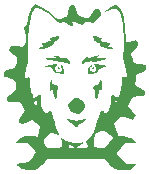
<source format=gbr>
%TF.GenerationSoftware,KiCad,Pcbnew,8.0.7-8.0.7-0~ubuntu22.04.1*%
%TF.CreationDate,2024-12-28T18:58:49+01:00*%
%TF.ProjectId,CrowBar,43726f77-4261-4722-9e6b-696361645f70,1.0A*%
%TF.SameCoordinates,Original*%
%TF.FileFunction,Legend,Bot*%
%TF.FilePolarity,Positive*%
%FSLAX46Y46*%
G04 Gerber Fmt 4.6, Leading zero omitted, Abs format (unit mm)*
G04 Created by KiCad (PCBNEW 8.0.7-8.0.7-0~ubuntu22.04.1) date 2024-12-28 18:58:49*
%MOMM*%
%LPD*%
G01*
G04 APERTURE LIST*
%ADD10C,0.000000*%
G04 APERTURE END LIST*
D10*
%TO.C,G\u002A\u002A\u002A*%
G36*
X106389252Y-42879177D02*
G01*
X106430292Y-42968101D01*
X106416820Y-43046935D01*
X106384995Y-43071880D01*
X106313742Y-43066423D01*
X106284598Y-42965058D01*
X106294358Y-42897236D01*
X106336741Y-42848276D01*
X106389252Y-42879177D01*
G37*
G36*
X103477986Y-42903879D02*
G01*
X103501318Y-42952400D01*
X103503736Y-43035258D01*
X103500279Y-43040353D01*
X103423448Y-43081839D01*
X103390743Y-43076800D01*
X103339165Y-43011866D01*
X103368910Y-42903879D01*
X103372135Y-42898900D01*
X103424503Y-42848305D01*
X103477986Y-42903879D01*
G37*
G36*
X105322813Y-45652063D02*
G01*
X105373741Y-45685130D01*
X105585583Y-45879399D01*
X105683741Y-46089761D01*
X105668400Y-46308045D01*
X105539750Y-46526080D01*
X105297976Y-46735696D01*
X105246247Y-46769465D01*
X105108287Y-46846486D01*
X105019442Y-46877241D01*
X104980062Y-46874582D01*
X104793583Y-46811536D01*
X104596574Y-46684495D01*
X104418891Y-46520010D01*
X104290388Y-46344628D01*
X104240919Y-46184901D01*
X104242461Y-46140396D01*
X104282541Y-45987336D01*
X104391313Y-45843642D01*
X104588011Y-45681416D01*
X104820208Y-45562389D01*
X105067928Y-45549113D01*
X105322813Y-45652063D01*
G37*
G36*
X104235294Y-47267219D02*
G01*
X104352111Y-47300752D01*
X104446747Y-47349047D01*
X104500009Y-47379267D01*
X104684218Y-47426029D01*
X104923482Y-47441499D01*
X105177614Y-47424618D01*
X105406430Y-47374329D01*
X105529489Y-47337347D01*
X105673097Y-47306649D01*
X105743400Y-47309223D01*
X105750893Y-47316401D01*
X105764876Y-47334950D01*
X105751899Y-47359876D01*
X105694561Y-47406002D01*
X105575458Y-47488150D01*
X105377188Y-47621142D01*
X105368825Y-47626760D01*
X105184652Y-47755782D01*
X105035377Y-47869618D01*
X104952617Y-47944208D01*
X104937138Y-47960130D01*
X104886132Y-47975384D01*
X104808812Y-47939598D01*
X104686981Y-47841712D01*
X104502440Y-47670671D01*
X104422249Y-47593510D01*
X104269454Y-47441181D01*
X104163672Y-47328139D01*
X104124138Y-47274525D01*
X104145202Y-47259745D01*
X104235294Y-47267219D01*
G37*
G36*
X107026962Y-44032743D02*
G01*
X107081230Y-44114242D01*
X107113062Y-44260182D01*
X107117119Y-44490348D01*
X107114044Y-44584880D01*
X107100711Y-44772836D01*
X107074564Y-44863634D01*
X107028322Y-44871664D01*
X106954702Y-44811319D01*
X106918414Y-44775804D01*
X106850304Y-44726003D01*
X106831201Y-44767444D01*
X106849064Y-44911553D01*
X106847492Y-45093716D01*
X106756620Y-45349484D01*
X106715509Y-45424566D01*
X106633506Y-45545089D01*
X106575365Y-45592644D01*
X106549169Y-45553271D01*
X106526773Y-45425620D01*
X106518161Y-45240245D01*
X106493240Y-44938792D01*
X106419221Y-44736844D01*
X106359746Y-44636432D01*
X106358776Y-44569670D01*
X106430381Y-44505335D01*
X106514243Y-44458171D01*
X106641932Y-44424828D01*
X106771622Y-44383621D01*
X106882939Y-44259092D01*
X106926896Y-44086995D01*
X106929534Y-44001105D01*
X106954472Y-43970233D01*
X107026962Y-44032743D01*
G37*
G36*
X102837683Y-44063724D02*
G01*
X102863962Y-44231285D01*
X102960782Y-44374367D01*
X103118951Y-44425722D01*
X103241007Y-44439031D01*
X103362920Y-44480662D01*
X103410799Y-44527864D01*
X103407667Y-44604114D01*
X103348322Y-44744507D01*
X103321732Y-44810935D01*
X103268840Y-45032761D01*
X103248276Y-45273475D01*
X103243964Y-45403761D01*
X103226089Y-45539855D01*
X103199065Y-45592644D01*
X103173202Y-45575975D01*
X103101883Y-45481903D01*
X103016067Y-45332519D01*
X102988876Y-45277425D01*
X102917172Y-45067657D01*
X102919728Y-44885151D01*
X102920843Y-44879572D01*
X102940327Y-44760273D01*
X102921026Y-44737651D01*
X102849968Y-44794931D01*
X102772369Y-44856920D01*
X102703563Y-44891954D01*
X102696525Y-44889909D01*
X102670219Y-44819976D01*
X102660514Y-44675676D01*
X102665529Y-44491362D01*
X102683385Y-44301385D01*
X102712201Y-44140097D01*
X102750097Y-44041850D01*
X102798226Y-43980810D01*
X102831089Y-43969793D01*
X102837683Y-44063724D01*
G37*
G36*
X103294272Y-42669138D02*
G01*
X103305764Y-42676005D01*
X103325474Y-42729276D01*
X103250479Y-42817087D01*
X103214443Y-42853452D01*
X103135718Y-43020593D01*
X103166937Y-43223041D01*
X103241417Y-43286273D01*
X103380010Y-43314353D01*
X103531361Y-43301485D01*
X103645333Y-43245333D01*
X103698705Y-43151134D01*
X103708097Y-42993394D01*
X103646306Y-42860927D01*
X103616908Y-42819935D01*
X103618501Y-42750541D01*
X103628611Y-42741649D01*
X103698276Y-42741047D01*
X103761565Y-42831055D01*
X103810944Y-42988811D01*
X103838881Y-43191455D01*
X103837841Y-43416126D01*
X103798539Y-43459415D01*
X103671609Y-43462364D01*
X103662107Y-43460868D01*
X103486639Y-43433292D01*
X103291889Y-43402753D01*
X103163225Y-43371458D01*
X103051936Y-43292935D01*
X102954955Y-43137550D01*
X102947994Y-43123922D01*
X102877628Y-42999482D01*
X102805501Y-42934644D01*
X102693274Y-42909687D01*
X102502606Y-42904891D01*
X102398740Y-42903548D01*
X102270087Y-42894831D01*
X102235862Y-42874307D01*
X102281212Y-42837453D01*
X102401007Y-42791022D01*
X102589590Y-42743280D01*
X102809206Y-42701240D01*
X103023858Y-42670882D01*
X103197546Y-42658188D01*
X103294272Y-42669138D01*
G37*
G36*
X103155464Y-41937085D02*
G01*
X103337151Y-41991578D01*
X103569425Y-42092196D01*
X103633805Y-42121210D01*
X103763247Y-42160788D01*
X103822452Y-42147494D01*
X103845626Y-42112061D01*
X103944724Y-42091130D01*
X104088458Y-42141135D01*
X104249746Y-42255245D01*
X104252828Y-42258007D01*
X104380710Y-42405123D01*
X104398477Y-42518004D01*
X104372766Y-42566600D01*
X104291030Y-42611923D01*
X104208580Y-42551235D01*
X104160609Y-42519683D01*
X104046713Y-42519827D01*
X103958049Y-42522440D01*
X103820835Y-42458465D01*
X103736069Y-42403883D01*
X103643509Y-42425180D01*
X103627070Y-42435688D01*
X103488885Y-42456332D01*
X103248276Y-42428815D01*
X103167781Y-42414564D01*
X102807335Y-42347437D01*
X102552026Y-42292160D01*
X102392946Y-42245535D01*
X102321184Y-42204360D01*
X102327830Y-42165436D01*
X102403976Y-42125562D01*
X102474218Y-42114173D01*
X102640556Y-42113666D01*
X102848218Y-42127941D01*
X103054415Y-42153723D01*
X103216357Y-42187737D01*
X103267764Y-42201848D01*
X103296914Y-42194714D01*
X103235126Y-42126094D01*
X103164639Y-42068442D01*
X103077274Y-42030805D01*
X103058332Y-42027754D01*
X103014713Y-41966084D01*
X103042811Y-41932910D01*
X103155464Y-41937085D01*
G37*
G36*
X103459636Y-40295538D02*
G01*
X103454688Y-40334381D01*
X103419474Y-40403084D01*
X103364784Y-40510562D01*
X103307816Y-40629425D01*
X103300045Y-40643197D01*
X103209579Y-40730737D01*
X103068731Y-40819758D01*
X103032204Y-40840023D01*
X102921180Y-40927049D01*
X102884250Y-41002374D01*
X102853999Y-41052069D01*
X102739440Y-41129531D01*
X102567396Y-41214330D01*
X102367165Y-41292278D01*
X102168046Y-41349189D01*
X102088088Y-41364315D01*
X101912370Y-41380391D01*
X101781468Y-41370156D01*
X101730115Y-41334754D01*
X101730138Y-41333873D01*
X101782318Y-41285039D01*
X101904618Y-41242676D01*
X101942840Y-41233354D01*
X102081382Y-41172954D01*
X102123502Y-41099851D01*
X102059462Y-41027571D01*
X101978109Y-40958439D01*
X101982473Y-40891238D01*
X102088283Y-40862989D01*
X102128138Y-40860965D01*
X102290462Y-40834146D01*
X102479122Y-40786390D01*
X102646895Y-40730793D01*
X102746560Y-40680447D01*
X102764932Y-40639944D01*
X102725386Y-40545005D01*
X102720685Y-40539311D01*
X102684350Y-40482977D01*
X102703168Y-40444619D01*
X102796953Y-40410746D01*
X102985517Y-40367864D01*
X103102710Y-40342735D01*
X103302665Y-40301259D01*
X103415301Y-40285012D01*
X103459636Y-40295538D01*
G37*
G36*
X106452741Y-40279464D02*
G01*
X106582588Y-40301100D01*
X106747578Y-40345717D01*
X106772303Y-40353593D01*
X106929243Y-40402510D01*
X107035657Y-40433994D01*
X107038713Y-40434841D01*
X107085275Y-40469635D01*
X107041051Y-40545005D01*
X107037905Y-40548844D01*
X106999515Y-40630041D01*
X107042190Y-40693573D01*
X107177778Y-40747442D01*
X107418127Y-40799648D01*
X107574858Y-40830698D01*
X107723684Y-40866428D01*
X107792444Y-40891601D01*
X107787752Y-40936724D01*
X107724546Y-41027803D01*
X107640633Y-41140324D01*
X107653479Y-41197457D01*
X107766414Y-41213333D01*
X107865429Y-41232598D01*
X107985232Y-41309716D01*
X108013493Y-41347057D01*
X108014867Y-41381479D01*
X107941593Y-41385829D01*
X107773416Y-41365437D01*
X107667665Y-41346809D01*
X107412753Y-41283090D01*
X107173478Y-41203240D01*
X107114477Y-41179459D01*
X106964148Y-41107123D01*
X106899633Y-41043962D01*
X106900057Y-40972348D01*
X106903919Y-40890130D01*
X106821924Y-40862989D01*
X106798784Y-40861435D01*
X106668776Y-40815089D01*
X106539233Y-40725955D01*
X106445887Y-40623372D01*
X106424475Y-40536679D01*
X106431989Y-40499752D01*
X106398829Y-40423481D01*
X106358882Y-40387737D01*
X106354108Y-40314139D01*
X106441027Y-40279081D01*
X106452741Y-40279464D01*
G37*
G36*
X106722143Y-42682091D02*
G01*
X106901526Y-42716955D01*
X107101683Y-42733351D01*
X107108702Y-42733464D01*
X107283151Y-42760837D01*
X107419781Y-42820938D01*
X107482239Y-42870857D01*
X107486251Y-42901542D01*
X107383287Y-42906667D01*
X107299072Y-42908159D01*
X107058404Y-42941243D01*
X106897084Y-43026048D01*
X106790703Y-43173570D01*
X106789912Y-43175224D01*
X106716933Y-43295812D01*
X106619079Y-43371916D01*
X106465715Y-43418586D01*
X106226207Y-43450870D01*
X106206200Y-43452950D01*
X106061110Y-43469429D01*
X105978046Y-43481230D01*
X105974028Y-43481921D01*
X105939616Y-43458205D01*
X105926181Y-43361126D01*
X105930483Y-43169425D01*
X105936248Y-43105155D01*
X105982598Y-42920027D01*
X106058935Y-42784243D01*
X106148487Y-42731494D01*
X106214824Y-42755225D01*
X106211174Y-42822197D01*
X106125595Y-42898778D01*
X106092154Y-42920548D01*
X106053954Y-42992635D01*
X106083208Y-43120645D01*
X106132920Y-43223795D01*
X106216763Y-43274675D01*
X106373590Y-43286207D01*
X106398916Y-43286124D01*
X106537512Y-43274748D01*
X106600700Y-43227258D01*
X106624810Y-43119551D01*
X106618618Y-43000284D01*
X106518356Y-42819288D01*
X106462430Y-42748033D01*
X106452754Y-42671252D01*
X106541088Y-42648085D01*
X106722143Y-42682091D01*
G37*
G36*
X107452414Y-42201789D02*
G01*
X107452413Y-42201972D01*
X107439653Y-42225668D01*
X107391116Y-42250206D01*
X107290977Y-42279587D01*
X107123410Y-42317811D01*
X106872588Y-42368877D01*
X106522686Y-42436786D01*
X106316931Y-42457917D01*
X106162485Y-42422660D01*
X106071162Y-42390472D01*
X105960072Y-42442342D01*
X105873508Y-42488221D01*
X105721767Y-42507639D01*
X105632637Y-42510891D01*
X105583908Y-42552143D01*
X105580014Y-42574988D01*
X105522063Y-42613158D01*
X105434886Y-42594263D01*
X105370626Y-42524952D01*
X105364328Y-42490309D01*
X105409416Y-42366984D01*
X105532617Y-42232292D01*
X105615796Y-42176782D01*
X106459770Y-42176782D01*
X106488965Y-42205977D01*
X106518161Y-42176782D01*
X106488965Y-42147586D01*
X106459770Y-42176782D01*
X105615796Y-42176782D01*
X105712250Y-42112413D01*
X105758307Y-42088806D01*
X105869497Y-42040237D01*
X105920617Y-42048648D01*
X105944569Y-42114307D01*
X105945442Y-42117962D01*
X105976906Y-42158647D01*
X106056350Y-42148298D01*
X106210692Y-42083835D01*
X106268528Y-42058475D01*
X106473105Y-41983311D01*
X106648623Y-41937127D01*
X106839310Y-41904392D01*
X106693333Y-42024691D01*
X106547356Y-42144990D01*
X106999885Y-42146288D01*
X107053356Y-42146820D01*
X107256342Y-42156633D01*
X107398718Y-42176104D01*
X107400135Y-42176782D01*
X107452414Y-42201789D01*
G37*
G36*
X105629770Y-39059923D02*
G01*
X105593977Y-39158628D01*
X105586441Y-39198742D01*
X105523721Y-39303337D01*
X105403216Y-39314793D01*
X105216437Y-39234825D01*
X105198231Y-39224885D01*
X104994142Y-39136143D01*
X104791684Y-39077476D01*
X104736728Y-39067363D01*
X104626788Y-39056666D01*
X104595049Y-39092695D01*
X104613892Y-39193470D01*
X104634390Y-39306650D01*
X104611790Y-39395142D01*
X104518184Y-39401515D01*
X104342769Y-39331262D01*
X104326363Y-39323298D01*
X104079579Y-39203669D01*
X103916308Y-39127635D01*
X103815701Y-39089072D01*
X103756908Y-39081856D01*
X103719079Y-39099860D01*
X103681365Y-39136960D01*
X103642924Y-39164611D01*
X103511218Y-39170632D01*
X103352631Y-39084872D01*
X103321173Y-39052874D01*
X105175172Y-39052874D01*
X105185054Y-39079735D01*
X105262759Y-39111264D01*
X105303051Y-39104677D01*
X105350345Y-39052874D01*
X105340463Y-39026012D01*
X105262759Y-38994483D01*
X105222466Y-39001071D01*
X105175172Y-39052874D01*
X103321173Y-39052874D01*
X103186634Y-38916026D01*
X103072156Y-38789720D01*
X102826378Y-38575371D01*
X102528482Y-38359654D01*
X102211589Y-38164093D01*
X101908820Y-38010213D01*
X101653295Y-37919540D01*
X101562014Y-37907402D01*
X101451277Y-37942329D01*
X101324622Y-38056758D01*
X101296990Y-38087701D01*
X101188626Y-38237042D01*
X101128516Y-38365384D01*
X101059318Y-38667737D01*
X100892922Y-39594767D01*
X100814073Y-40444713D01*
X100822779Y-41217483D01*
X100843551Y-41523981D01*
X100860928Y-41852430D01*
X100865701Y-42101606D01*
X100857533Y-42292711D01*
X100836086Y-42446948D01*
X100801023Y-42585517D01*
X100797637Y-42596799D01*
X100749605Y-42778492D01*
X100692891Y-43021418D01*
X100639059Y-43276264D01*
X100610954Y-43429533D01*
X100586099Y-43655805D01*
X100604472Y-43785515D01*
X100668509Y-43827519D01*
X100780648Y-43790671D01*
X100826029Y-43770444D01*
X100934446Y-43775366D01*
X100989225Y-43879491D01*
X100986575Y-44077540D01*
X100982954Y-44132013D01*
X100992593Y-44309049D01*
X101022302Y-44530565D01*
X101065681Y-44764431D01*
X101116332Y-44978516D01*
X101167856Y-45140691D01*
X101213855Y-45218825D01*
X101245004Y-45270591D01*
X101262988Y-45391722D01*
X101263601Y-45424953D01*
X101285455Y-45516857D01*
X101349383Y-45512988D01*
X101470000Y-45414988D01*
X101593737Y-45333025D01*
X101754780Y-45283609D01*
X101912608Y-45271494D01*
X101929907Y-45767816D01*
X101934961Y-45883937D01*
X101940521Y-45942989D01*
X101959263Y-46142060D01*
X102004577Y-46334295D01*
X102078446Y-46497701D01*
X102172417Y-46661732D01*
X102258293Y-46785751D01*
X102327268Y-46824942D01*
X102401241Y-46789156D01*
X102502112Y-46688242D01*
X102677201Y-46500808D01*
X102787566Y-46637103D01*
X102861608Y-46764105D01*
X102897931Y-46910158D01*
X102907579Y-47013794D01*
X102950241Y-47181046D01*
X102965319Y-47221874D01*
X103019822Y-47386611D01*
X103077293Y-47577931D01*
X103129217Y-47737827D01*
X103218690Y-47977213D01*
X103317453Y-48214848D01*
X103323043Y-48227547D01*
X103399417Y-48414494D01*
X103446161Y-48554655D01*
X103453345Y-48618532D01*
X103408473Y-48620446D01*
X103279632Y-48592810D01*
X103102099Y-48538703D01*
X102780379Y-48429348D01*
X102459615Y-48746127D01*
X102428737Y-48776958D01*
X102281547Y-48934281D01*
X102177989Y-49062210D01*
X102138851Y-49135511D01*
X102149201Y-49178501D01*
X102206043Y-49306205D01*
X102295924Y-49468159D01*
X102351692Y-49554497D01*
X102447144Y-49662033D01*
X102565261Y-49728753D01*
X102729350Y-49761283D01*
X102962722Y-49766245D01*
X103288685Y-49750262D01*
X103457924Y-49736712D01*
X103637142Y-49703678D01*
X103727816Y-49642837D01*
X103731767Y-49621609D01*
X104299310Y-49621609D01*
X104305991Y-49674330D01*
X104362824Y-49725327D01*
X104503678Y-49738391D01*
X104553580Y-49737678D01*
X104678513Y-49719354D01*
X104694405Y-49671120D01*
X104605862Y-49586110D01*
X104584918Y-49571010D01*
X104445382Y-49510627D01*
X104340612Y-49528601D01*
X104299310Y-49621609D01*
X103731767Y-49621609D01*
X103747134Y-49539051D01*
X103712286Y-49377180D01*
X103674059Y-49195873D01*
X103657011Y-49012565D01*
X103657011Y-48840680D01*
X103817586Y-48985771D01*
X104007558Y-49127602D01*
X104358923Y-49287474D01*
X104740377Y-49360239D01*
X105114094Y-49335687D01*
X105240715Y-49310508D01*
X105452838Y-49283115D01*
X105557289Y-49294901D01*
X105552561Y-49342735D01*
X105437148Y-49423486D01*
X105209543Y-49534023D01*
X105115913Y-49577783D01*
X104991241Y-49648096D01*
X104966941Y-49671120D01*
X104942162Y-49694598D01*
X104950595Y-49702682D01*
X105042361Y-49720944D01*
X105213728Y-49733635D01*
X105437931Y-49738391D01*
X105456326Y-49738376D01*
X105716311Y-49731648D01*
X105871566Y-49706623D01*
X105933162Y-49654453D01*
X105925493Y-49622246D01*
X106398294Y-49622246D01*
X106405046Y-49666670D01*
X106469782Y-49695777D01*
X106612096Y-49714086D01*
X106851584Y-49726117D01*
X106907638Y-49727986D01*
X107134195Y-49730495D01*
X107280150Y-49717399D01*
X107375462Y-49683583D01*
X107450090Y-49623933D01*
X107531639Y-49527754D01*
X107569195Y-49451201D01*
X107591251Y-49405564D01*
X107676072Y-49294970D01*
X107802759Y-49154483D01*
X107902266Y-49046885D01*
X107997792Y-48932283D01*
X108033657Y-48872362D01*
X108013148Y-48840621D01*
X107917648Y-48752769D01*
X107769495Y-48635897D01*
X107596805Y-48510209D01*
X107427692Y-48395914D01*
X107290272Y-48313216D01*
X107212660Y-48282322D01*
X107143393Y-48300320D01*
X106994104Y-48359082D01*
X106810115Y-48443884D01*
X106488965Y-48601745D01*
X106456874Y-49067884D01*
X106453201Y-49119466D01*
X106434253Y-49345181D01*
X106414785Y-49524212D01*
X106398483Y-49621609D01*
X106398294Y-49622246D01*
X105925493Y-49622246D01*
X105912168Y-49566289D01*
X105819656Y-49433282D01*
X105705060Y-49287596D01*
X105951036Y-49027822D01*
X106044867Y-48919634D01*
X106218473Y-48682181D01*
X106355966Y-48450346D01*
X106379559Y-48401064D01*
X106479281Y-48161458D01*
X106593160Y-47850549D01*
X106710061Y-47501222D01*
X106818848Y-47146361D01*
X106908388Y-46818851D01*
X106930018Y-46745253D01*
X106997793Y-46636767D01*
X107113513Y-46596490D01*
X107240977Y-46609315D01*
X107306413Y-46701995D01*
X107353172Y-46784377D01*
X107442959Y-46800839D01*
X107554833Y-46716093D01*
X107678270Y-46534869D01*
X107712398Y-46468639D01*
X107779524Y-46287647D01*
X107821921Y-46064421D01*
X107839025Y-45863856D01*
X108166646Y-45863856D01*
X108232687Y-45904192D01*
X108328764Y-45882166D01*
X108338952Y-45875533D01*
X108386543Y-45824051D01*
X108328764Y-45770248D01*
X108280887Y-45747980D01*
X108185706Y-45770248D01*
X108168903Y-45791093D01*
X108166646Y-45863856D01*
X107839025Y-45863856D01*
X107847725Y-45761840D01*
X107850838Y-45709921D01*
X107875562Y-45449776D01*
X107916113Y-45294664D01*
X107981962Y-45234541D01*
X108082576Y-45259361D01*
X108227427Y-45359081D01*
X108287214Y-45404479D01*
X108401683Y-45465531D01*
X108476461Y-45437213D01*
X108541982Y-45315287D01*
X108600693Y-45163139D01*
X108721186Y-44747581D01*
X108791071Y-44333147D01*
X108801368Y-43966540D01*
X108796105Y-43881104D01*
X108799905Y-43770087D01*
X108836584Y-43736625D01*
X108921035Y-43754300D01*
X109018551Y-43781806D01*
X109116552Y-43803852D01*
X109153226Y-43789463D01*
X109186206Y-43688121D01*
X109186400Y-43508093D01*
X109154457Y-43269897D01*
X109091022Y-42994054D01*
X109082185Y-42961483D01*
X109025621Y-42734103D01*
X108985697Y-42541128D01*
X108970575Y-42421372D01*
X108958381Y-42330224D01*
X108907864Y-42225014D01*
X108883591Y-42180460D01*
X108876239Y-42047600D01*
X108907864Y-41823071D01*
X108948595Y-41521256D01*
X108971630Y-41116305D01*
X108970788Y-40671103D01*
X108948293Y-40205258D01*
X108906366Y-39738381D01*
X108847230Y-39290081D01*
X108773108Y-38879966D01*
X108686221Y-38527646D01*
X108588793Y-38252730D01*
X108483046Y-38074828D01*
X108402363Y-38006367D01*
X108199831Y-37947124D01*
X107941423Y-37985039D01*
X107632594Y-38119821D01*
X107482768Y-38199020D01*
X107354238Y-38259353D01*
X107297722Y-38275347D01*
X107294415Y-38251137D01*
X107354467Y-38171281D01*
X107481784Y-38060397D01*
X107652972Y-37934271D01*
X107844640Y-37808691D01*
X108033395Y-37699445D01*
X108195846Y-37622320D01*
X108308600Y-37593104D01*
X108362610Y-37607117D01*
X108486336Y-37702367D01*
X108617297Y-37863074D01*
X108733637Y-38060173D01*
X108813504Y-38264598D01*
X108852970Y-38410425D01*
X108933320Y-38729880D01*
X108989263Y-39005718D01*
X109026848Y-39278040D01*
X109052125Y-39586943D01*
X109071141Y-39972529D01*
X109087515Y-40294351D01*
X109110892Y-40575610D01*
X109138276Y-40746865D01*
X109169269Y-40804750D01*
X109170407Y-40804739D01*
X109259036Y-40791018D01*
X109424863Y-40756320D01*
X109632924Y-40707944D01*
X109793055Y-40670935D01*
X109962772Y-40647374D01*
X110065052Y-40672900D01*
X110127004Y-40757704D01*
X110175735Y-40911973D01*
X110181705Y-40982864D01*
X110145869Y-41078069D01*
X110049644Y-41204689D01*
X109878980Y-41385123D01*
X109545913Y-41721702D01*
X109672667Y-42139012D01*
X109683798Y-42175563D01*
X109743928Y-42369479D01*
X109788421Y-42507133D01*
X109808331Y-42560723D01*
X109818857Y-42562774D01*
X109914896Y-42577362D01*
X110088825Y-42602312D01*
X110313563Y-42633712D01*
X110809885Y-42702299D01*
X110809885Y-42935862D01*
X110809104Y-42989253D01*
X110797023Y-43076372D01*
X110757750Y-43150214D01*
X110675488Y-43223158D01*
X110534437Y-43307580D01*
X110318801Y-43415860D01*
X110012779Y-43560373D01*
X110009271Y-43563648D01*
X109985344Y-43643114D01*
X109959166Y-43803928D01*
X109935805Y-44016092D01*
X109896856Y-44454023D01*
X110338773Y-44687091D01*
X110557320Y-44806398D01*
X110696319Y-44900501D01*
X110760437Y-44984343D01*
X110765129Y-45078554D01*
X110725849Y-45203765D01*
X110706263Y-45248532D01*
X110658996Y-45304614D01*
X110572662Y-45340872D01*
X110421415Y-45366066D01*
X110179410Y-45388956D01*
X109687810Y-45429906D01*
X109497135Y-45824051D01*
X109495853Y-45826701D01*
X109303896Y-46223496D01*
X109634432Y-46613114D01*
X109964969Y-47002732D01*
X109843336Y-47173550D01*
X109827031Y-47195961D01*
X109738755Y-47301312D01*
X109681886Y-47343922D01*
X109610094Y-47327888D01*
X109459372Y-47286082D01*
X109262529Y-47227586D01*
X109064569Y-47171291D01*
X108883988Y-47127989D01*
X108774054Y-47111251D01*
X108773747Y-47111251D01*
X108680290Y-47151632D01*
X108540431Y-47257200D01*
X108384329Y-47405210D01*
X108103538Y-47699616D01*
X108250069Y-48119019D01*
X108252237Y-48125224D01*
X108346812Y-48392778D01*
X108419704Y-48569735D01*
X108489016Y-48674803D01*
X108572849Y-48726688D01*
X108689304Y-48744100D01*
X108856484Y-48745747D01*
X109214661Y-48786309D01*
X109438847Y-48872362D01*
X109577371Y-48925534D01*
X109877890Y-49156839D01*
X110043458Y-49329655D01*
X109542225Y-49329655D01*
X109040992Y-49329655D01*
X108680151Y-49736664D01*
X108584344Y-49846971D01*
X108436086Y-50035893D01*
X108362324Y-50167095D01*
X108354423Y-50254304D01*
X108367048Y-50280425D01*
X108450680Y-50392902D01*
X108589913Y-50548964D01*
X108762587Y-50723157D01*
X109135639Y-51081379D01*
X109564026Y-51082438D01*
X109992414Y-51083496D01*
X109729655Y-51339767D01*
X109466896Y-51596038D01*
X108865926Y-51601467D01*
X108687188Y-51600533D01*
X108453390Y-51590775D01*
X108279702Y-51572994D01*
X108194432Y-51549386D01*
X108176570Y-51534873D01*
X108070348Y-51449166D01*
X107932319Y-51338297D01*
X107868865Y-51282427D01*
X107708524Y-51112807D01*
X107564141Y-50928056D01*
X107387553Y-50671395D01*
X104896799Y-50686617D01*
X102406045Y-50701839D01*
X102242903Y-50944774D01*
X102160834Y-51050653D01*
X101981497Y-51236182D01*
X101788021Y-51397302D01*
X101783813Y-51400325D01*
X101640649Y-51498883D01*
X101522908Y-51559747D01*
X101395040Y-51591989D01*
X101221496Y-51604682D01*
X100966729Y-51606897D01*
X100682909Y-51599387D01*
X100466747Y-51574714D01*
X100357248Y-51533908D01*
X100335971Y-51515414D01*
X100219572Y-51423733D01*
X100071199Y-51314943D01*
X100017476Y-51274382D01*
X99915085Y-51176812D01*
X99882612Y-51110575D01*
X99885062Y-51106234D01*
X99961641Y-51076057D01*
X100120342Y-51050529D01*
X100330797Y-51034786D01*
X100350429Y-51033925D01*
X100571139Y-51014944D01*
X100748837Y-50983948D01*
X100846639Y-50947200D01*
X100863002Y-50933009D01*
X100967727Y-50826154D01*
X101101233Y-50673751D01*
X101242195Y-50502319D01*
X101369287Y-50338377D01*
X101461181Y-50208445D01*
X101496552Y-50139041D01*
X101489438Y-50119648D01*
X101422170Y-50024801D01*
X101299125Y-49879464D01*
X101139034Y-49706310D01*
X100781516Y-49333993D01*
X100277770Y-49317226D01*
X99774023Y-49300460D01*
X99973448Y-49107439D01*
X100215886Y-48919523D01*
X100564039Y-48773186D01*
X100971144Y-48721427D01*
X101444109Y-48762626D01*
X101712815Y-48808699D01*
X101788736Y-48364863D01*
X101864656Y-47921027D01*
X101578420Y-47664509D01*
X101529801Y-47622016D01*
X101305400Y-47461997D01*
X101128885Y-47405553D01*
X100997310Y-47451605D01*
X100945943Y-47483711D01*
X100808933Y-47551761D01*
X100629041Y-47631087D01*
X100316243Y-47761724D01*
X100176512Y-47630454D01*
X100169292Y-47623606D01*
X100075463Y-47520307D01*
X100036782Y-47450271D01*
X100040184Y-47437410D01*
X100088680Y-47343469D01*
X100182634Y-47187523D01*
X100306636Y-46995535D01*
X100348763Y-46930594D01*
X100458574Y-46742656D01*
X100527500Y-46594795D01*
X100542079Y-46514511D01*
X100513669Y-46458709D01*
X100438357Y-46320480D01*
X100340868Y-46147356D01*
X100207107Y-45913230D01*
X101356192Y-45913230D01*
X101415617Y-46028885D01*
X101418903Y-46032153D01*
X101528374Y-46110190D01*
X101592457Y-46080785D01*
X101613333Y-45942989D01*
X101612624Y-45908360D01*
X101584489Y-45798423D01*
X101502799Y-45767816D01*
X101497822Y-45767873D01*
X101388124Y-45812661D01*
X101356192Y-45913230D01*
X100207107Y-45913230D01*
X100174069Y-45855402D01*
X99642469Y-45838669D01*
X99110869Y-45821935D01*
X99072339Y-45646507D01*
X99059009Y-45564526D01*
X99070674Y-45459890D01*
X99135249Y-45361047D01*
X99268826Y-45246631D01*
X99487496Y-45095276D01*
X99551770Y-45052426D01*
X99694961Y-44948667D01*
X99768928Y-44863336D01*
X99795451Y-44762313D01*
X99796310Y-44611477D01*
X99792943Y-44493861D01*
X99776263Y-44258897D01*
X99732763Y-44102724D01*
X99643160Y-43997934D01*
X99488169Y-43917116D01*
X99248506Y-43832861D01*
X99082272Y-43776938D01*
X98916220Y-43712674D01*
X98823117Y-43655758D01*
X98779861Y-43590375D01*
X98763350Y-43500708D01*
X98761033Y-43462118D01*
X98788530Y-43336364D01*
X98885646Y-43238371D01*
X99068054Y-43156953D01*
X99351426Y-43080921D01*
X99499897Y-43042221D01*
X99658088Y-42987528D01*
X99740190Y-42940957D01*
X99767431Y-42895005D01*
X99821636Y-42750883D01*
X99874167Y-42561731D01*
X99916028Y-42366441D01*
X99938218Y-42203908D01*
X99931741Y-42113022D01*
X99921223Y-42097899D01*
X99830839Y-42005641D01*
X99680564Y-41874433D01*
X99497846Y-41727461D01*
X99310134Y-41587912D01*
X99283851Y-41568888D01*
X99231167Y-41512180D01*
X99235799Y-41436766D01*
X99295590Y-41299969D01*
X99394590Y-41092364D01*
X99910557Y-41131314D01*
X100426523Y-41170264D01*
X100560425Y-40953607D01*
X100600391Y-40885234D01*
X100656392Y-40748285D01*
X100674996Y-40591593D01*
X100664673Y-40367542D01*
X100641954Y-40191422D01*
X100595574Y-39992869D01*
X100540269Y-39862856D01*
X100460562Y-39708455D01*
X100470264Y-39558220D01*
X100589076Y-39405490D01*
X100710804Y-39225017D01*
X100796972Y-38942783D01*
X100818361Y-38838258D01*
X100925133Y-38417352D01*
X101047900Y-38072127D01*
X101181613Y-37812840D01*
X101321219Y-37649747D01*
X101461668Y-37593104D01*
X101465142Y-37593196D01*
X101574128Y-37625578D01*
X101741520Y-37702736D01*
X101930925Y-37805074D01*
X102105949Y-37912998D01*
X102230200Y-38006911D01*
X102341638Y-38079695D01*
X102486165Y-38118621D01*
X102502829Y-38119245D01*
X102600070Y-38149431D01*
X102714055Y-38235148D01*
X102860475Y-38390488D01*
X103055019Y-38629540D01*
X103080206Y-38660563D01*
X103221986Y-38783369D01*
X103379811Y-38819310D01*
X103419604Y-38817995D01*
X103600759Y-38793846D01*
X103802916Y-38748157D01*
X103980405Y-38692579D01*
X104087555Y-38638763D01*
X104091559Y-38634379D01*
X104130906Y-38545801D01*
X104182263Y-38379309D01*
X104235595Y-38166882D01*
X104288121Y-37955028D01*
X104342174Y-37806409D01*
X104406949Y-37717709D01*
X104497448Y-37659884D01*
X104569078Y-37628065D01*
X104664676Y-37611853D01*
X104734748Y-37659884D01*
X104748805Y-37678217D01*
X104815890Y-37802733D01*
X104902092Y-37998996D01*
X104994586Y-38236426D01*
X105080546Y-38484440D01*
X105097828Y-38522716D01*
X105203776Y-38614262D01*
X105400553Y-38675425D01*
X105700124Y-38710570D01*
X106018399Y-38731724D01*
X106200605Y-38454627D01*
X106320786Y-38276177D01*
X106450569Y-38104820D01*
X106552891Y-38008902D01*
X106645295Y-37973223D01*
X106745322Y-37982579D01*
X106772320Y-37989594D01*
X106903166Y-38051163D01*
X106966992Y-38162391D01*
X106984393Y-38355392D01*
X106974572Y-38466513D01*
X106928952Y-38576713D01*
X106829200Y-38702931D01*
X106657104Y-38874029D01*
X106328920Y-39185090D01*
X106029403Y-39118061D01*
X105916736Y-39092806D01*
X105758377Y-39057146D01*
X105671494Y-39037355D01*
X105642802Y-39052874D01*
X105629770Y-39059923D01*
G37*
%TD*%
M02*

</source>
